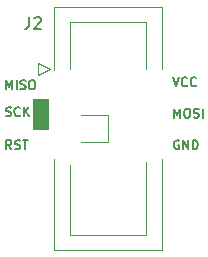
<source format=gbr>
%TF.GenerationSoftware,KiCad,Pcbnew,(5.1.8)-1*%
%TF.CreationDate,2021-11-24T15:46:08-08:00*%
%TF.ProjectId,ISP_SMT_Pogo_10p,4953505f-534d-4545-9f50-6f676f5f3130,rev?*%
%TF.SameCoordinates,Original*%
%TF.FileFunction,Legend,Top*%
%TF.FilePolarity,Positive*%
%FSLAX46Y46*%
G04 Gerber Fmt 4.6, Leading zero omitted, Abs format (unit mm)*
G04 Created by KiCad (PCBNEW (5.1.8)-1) date 2021-11-24 15:46:08*
%MOMM*%
%LPD*%
G01*
G04 APERTURE LIST*
%ADD10C,0.150000*%
%ADD11C,0.100000*%
%ADD12C,0.120000*%
G04 APERTURE END LIST*
D10*
X143172071Y-82931000D02*
X143099500Y-82894714D01*
X142990642Y-82894714D01*
X142881785Y-82931000D01*
X142809214Y-83003571D01*
X142772928Y-83076142D01*
X142736642Y-83221285D01*
X142736642Y-83330142D01*
X142772928Y-83475285D01*
X142809214Y-83547857D01*
X142881785Y-83620428D01*
X142990642Y-83656714D01*
X143063214Y-83656714D01*
X143172071Y-83620428D01*
X143208357Y-83584142D01*
X143208357Y-83330142D01*
X143063214Y-83330142D01*
X143534928Y-83656714D02*
X143534928Y-82894714D01*
X143970357Y-83656714D01*
X143970357Y-82894714D01*
X144333214Y-83656714D02*
X144333214Y-82894714D01*
X144514642Y-82894714D01*
X144623500Y-82931000D01*
X144696071Y-83003571D01*
X144732357Y-83076142D01*
X144768642Y-83221285D01*
X144768642Y-83330142D01*
X144732357Y-83475285D01*
X144696071Y-83547857D01*
X144623500Y-83620428D01*
X144514642Y-83656714D01*
X144333214Y-83656714D01*
X142772928Y-80989714D02*
X142772928Y-80227714D01*
X143026928Y-80772000D01*
X143280928Y-80227714D01*
X143280928Y-80989714D01*
X143788928Y-80227714D02*
X143934071Y-80227714D01*
X144006642Y-80264000D01*
X144079214Y-80336571D01*
X144115500Y-80481714D01*
X144115500Y-80735714D01*
X144079214Y-80880857D01*
X144006642Y-80953428D01*
X143934071Y-80989714D01*
X143788928Y-80989714D01*
X143716357Y-80953428D01*
X143643785Y-80880857D01*
X143607500Y-80735714D01*
X143607500Y-80481714D01*
X143643785Y-80336571D01*
X143716357Y-80264000D01*
X143788928Y-80227714D01*
X144405785Y-80953428D02*
X144514642Y-80989714D01*
X144696071Y-80989714D01*
X144768642Y-80953428D01*
X144804928Y-80917142D01*
X144841214Y-80844571D01*
X144841214Y-80772000D01*
X144804928Y-80699428D01*
X144768642Y-80663142D01*
X144696071Y-80626857D01*
X144550928Y-80590571D01*
X144478357Y-80554285D01*
X144442071Y-80518000D01*
X144405785Y-80445428D01*
X144405785Y-80372857D01*
X144442071Y-80300285D01*
X144478357Y-80264000D01*
X144550928Y-80227714D01*
X144732357Y-80227714D01*
X144841214Y-80264000D01*
X145167785Y-80989714D02*
X145167785Y-80227714D01*
X142664071Y-77560714D02*
X142918071Y-78322714D01*
X143172071Y-77560714D01*
X143861500Y-78250142D02*
X143825214Y-78286428D01*
X143716357Y-78322714D01*
X143643785Y-78322714D01*
X143534928Y-78286428D01*
X143462357Y-78213857D01*
X143426071Y-78141285D01*
X143389785Y-77996142D01*
X143389785Y-77887285D01*
X143426071Y-77742142D01*
X143462357Y-77669571D01*
X143534928Y-77597000D01*
X143643785Y-77560714D01*
X143716357Y-77560714D01*
X143825214Y-77597000D01*
X143861500Y-77633285D01*
X144623500Y-78250142D02*
X144587214Y-78286428D01*
X144478357Y-78322714D01*
X144405785Y-78322714D01*
X144296928Y-78286428D01*
X144224357Y-78213857D01*
X144188071Y-78141285D01*
X144151785Y-77996142D01*
X144151785Y-77887285D01*
X144188071Y-77742142D01*
X144224357Y-77669571D01*
X144296928Y-77597000D01*
X144405785Y-77560714D01*
X144478357Y-77560714D01*
X144587214Y-77597000D01*
X144623500Y-77633285D01*
X128984357Y-83656714D02*
X128730357Y-83293857D01*
X128548928Y-83656714D02*
X128548928Y-82894714D01*
X128839214Y-82894714D01*
X128911785Y-82931000D01*
X128948071Y-82967285D01*
X128984357Y-83039857D01*
X128984357Y-83148714D01*
X128948071Y-83221285D01*
X128911785Y-83257571D01*
X128839214Y-83293857D01*
X128548928Y-83293857D01*
X129274642Y-83620428D02*
X129383500Y-83656714D01*
X129564928Y-83656714D01*
X129637500Y-83620428D01*
X129673785Y-83584142D01*
X129710071Y-83511571D01*
X129710071Y-83439000D01*
X129673785Y-83366428D01*
X129637500Y-83330142D01*
X129564928Y-83293857D01*
X129419785Y-83257571D01*
X129347214Y-83221285D01*
X129310928Y-83185000D01*
X129274642Y-83112428D01*
X129274642Y-83039857D01*
X129310928Y-82967285D01*
X129347214Y-82931000D01*
X129419785Y-82894714D01*
X129601214Y-82894714D01*
X129710071Y-82931000D01*
X129927785Y-82894714D02*
X130363214Y-82894714D01*
X130145500Y-83656714D02*
X130145500Y-82894714D01*
X128512642Y-80826428D02*
X128621500Y-80862714D01*
X128802928Y-80862714D01*
X128875500Y-80826428D01*
X128911785Y-80790142D01*
X128948071Y-80717571D01*
X128948071Y-80645000D01*
X128911785Y-80572428D01*
X128875500Y-80536142D01*
X128802928Y-80499857D01*
X128657785Y-80463571D01*
X128585214Y-80427285D01*
X128548928Y-80391000D01*
X128512642Y-80318428D01*
X128512642Y-80245857D01*
X128548928Y-80173285D01*
X128585214Y-80137000D01*
X128657785Y-80100714D01*
X128839214Y-80100714D01*
X128948071Y-80137000D01*
X129710071Y-80790142D02*
X129673785Y-80826428D01*
X129564928Y-80862714D01*
X129492357Y-80862714D01*
X129383500Y-80826428D01*
X129310928Y-80753857D01*
X129274642Y-80681285D01*
X129238357Y-80536142D01*
X129238357Y-80427285D01*
X129274642Y-80282142D01*
X129310928Y-80209571D01*
X129383500Y-80137000D01*
X129492357Y-80100714D01*
X129564928Y-80100714D01*
X129673785Y-80137000D01*
X129710071Y-80173285D01*
X130036642Y-80862714D02*
X130036642Y-80100714D01*
X130472071Y-80862714D02*
X130145500Y-80427285D01*
X130472071Y-80100714D02*
X130036642Y-80536142D01*
X128548928Y-78576714D02*
X128548928Y-77814714D01*
X128802928Y-78359000D01*
X129056928Y-77814714D01*
X129056928Y-78576714D01*
X129419785Y-78576714D02*
X129419785Y-77814714D01*
X129746357Y-78540428D02*
X129855214Y-78576714D01*
X130036642Y-78576714D01*
X130109214Y-78540428D01*
X130145500Y-78504142D01*
X130181785Y-78431571D01*
X130181785Y-78359000D01*
X130145500Y-78286428D01*
X130109214Y-78250142D01*
X130036642Y-78213857D01*
X129891500Y-78177571D01*
X129818928Y-78141285D01*
X129782642Y-78105000D01*
X129746357Y-78032428D01*
X129746357Y-77959857D01*
X129782642Y-77887285D01*
X129818928Y-77851000D01*
X129891500Y-77814714D01*
X130072928Y-77814714D01*
X130181785Y-77851000D01*
X130653500Y-77814714D02*
X130798642Y-77814714D01*
X130871214Y-77851000D01*
X130943785Y-77923571D01*
X130980071Y-78068714D01*
X130980071Y-78322714D01*
X130943785Y-78467857D01*
X130871214Y-78540428D01*
X130798642Y-78576714D01*
X130653500Y-78576714D01*
X130580928Y-78540428D01*
X130508357Y-78467857D01*
X130472071Y-78322714D01*
X130472071Y-78068714D01*
X130508357Y-77923571D01*
X130580928Y-77851000D01*
X130653500Y-77814714D01*
D11*
G36*
X132080000Y-81915000D02*
G01*
X130810000Y-81915000D01*
X130810000Y-79375000D01*
X132080000Y-79375000D01*
X132080000Y-81915000D01*
G37*
X132080000Y-81915000D02*
X130810000Y-81915000D01*
X130810000Y-79375000D01*
X132080000Y-79375000D01*
X132080000Y-81915000D01*
D12*
%TO.C,J2*%
X132600000Y-71625000D02*
X132600700Y-76923900D01*
X141720000Y-92205000D02*
X141732000Y-84455000D01*
X140410000Y-90905000D02*
X140411200Y-84709000D01*
X137160000Y-83058000D02*
X134874000Y-83058000D01*
X137160000Y-80772000D02*
X137160000Y-83058000D01*
X134874000Y-80772000D02*
X137160000Y-80772000D01*
X131210000Y-77335000D02*
X132210000Y-76835000D01*
X131210000Y-76335000D02*
X131210000Y-77335000D01*
X132210000Y-76835000D02*
X131210000Y-76335000D01*
X133910000Y-90905000D02*
X133910000Y-84963000D01*
X140410000Y-90905000D02*
X133910000Y-90905000D01*
X140410000Y-72925000D02*
X140410000Y-76835000D01*
X133910000Y-72925000D02*
X140410000Y-72925000D01*
X133910000Y-76835000D02*
X133910000Y-72925000D01*
X132600000Y-92205000D02*
X132588000Y-84455000D01*
X141720000Y-92205000D02*
X132600000Y-92205000D01*
X141720000Y-71625000D02*
X141720000Y-76835000D01*
X132600000Y-71625000D02*
X141720000Y-71625000D01*
D10*
X130476666Y-72477380D02*
X130476666Y-73191666D01*
X130429047Y-73334523D01*
X130333809Y-73429761D01*
X130190952Y-73477380D01*
X130095714Y-73477380D01*
X130905238Y-72572619D02*
X130952857Y-72525000D01*
X131048095Y-72477380D01*
X131286190Y-72477380D01*
X131381428Y-72525000D01*
X131429047Y-72572619D01*
X131476666Y-72667857D01*
X131476666Y-72763095D01*
X131429047Y-72905952D01*
X130857619Y-73477380D01*
X131476666Y-73477380D01*
%TD*%
M02*

</source>
